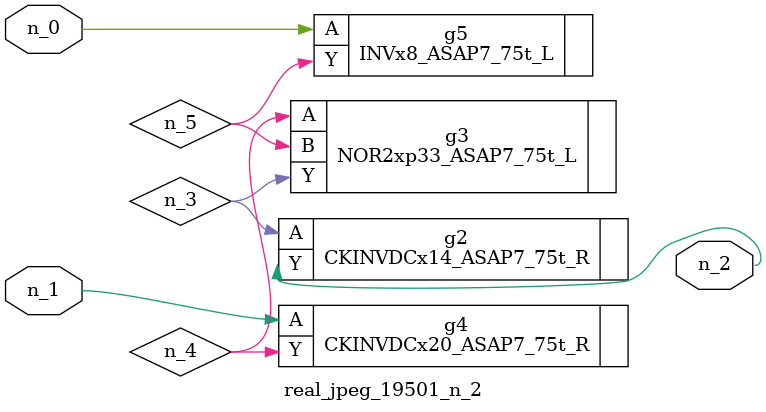
<source format=v>
module real_jpeg_19501_n_2 (n_1, n_0, n_2);

input n_1;
input n_0;

output n_2;

wire n_5;
wire n_4;
wire n_3;

INVx8_ASAP7_75t_L g5 ( 
.A(n_0),
.Y(n_5)
);

CKINVDCx20_ASAP7_75t_R g4 ( 
.A(n_1),
.Y(n_4)
);

CKINVDCx14_ASAP7_75t_R g2 ( 
.A(n_3),
.Y(n_2)
);

NOR2xp33_ASAP7_75t_L g3 ( 
.A(n_4),
.B(n_5),
.Y(n_3)
);


endmodule
</source>
